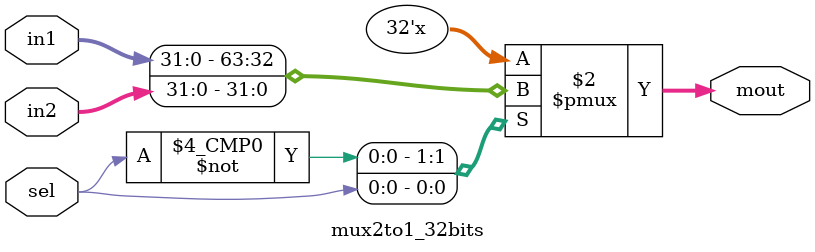
<source format=v>
module mux2to1_32bits(input [31:0] in1, input [31:0] in2,input sel, output reg [31:0] mout);
 always@(in1, in2)
    begin
      case(sel)
        1'b0: mout=in1;
        1'b1: mout=in2;
      endcase
  end
endmodule 
</source>
